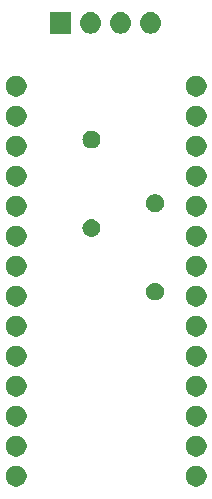
<source format=gbr>
G04 #@! TF.GenerationSoftware,KiCad,Pcbnew,5.1.4-e60b266~84~ubuntu18.04.1*
G04 #@! TF.CreationDate,2019-09-29T18:28:35-04:00*
G04 #@! TF.ProjectId,ib4,6962342e-6b69-4636-9164-5f7063625858,rev?*
G04 #@! TF.SameCoordinates,Original*
G04 #@! TF.FileFunction,Soldermask,Bot*
G04 #@! TF.FilePolarity,Negative*
%FSLAX46Y46*%
G04 Gerber Fmt 4.6, Leading zero omitted, Abs format (unit mm)*
G04 Created by KiCad (PCBNEW 5.1.4-e60b266~84~ubuntu18.04.1) date 2019-09-29 18:28:35*
%MOMM*%
%LPD*%
G04 APERTURE LIST*
%ADD10C,0.100000*%
G04 APERTURE END LIST*
D10*
G36*
X121407635Y-65739582D02*
G01*
X121493512Y-65756664D01*
X121655299Y-65823679D01*
X121800904Y-65920969D01*
X121924731Y-66044796D01*
X122022021Y-66190401D01*
X122089036Y-66352188D01*
X122123200Y-66523941D01*
X122123200Y-66699059D01*
X122089036Y-66870812D01*
X122022021Y-67032599D01*
X121924731Y-67178204D01*
X121800904Y-67302031D01*
X121655299Y-67399321D01*
X121493512Y-67466336D01*
X121321760Y-67500500D01*
X121146640Y-67500500D01*
X120974888Y-67466336D01*
X120813101Y-67399321D01*
X120667496Y-67302031D01*
X120543669Y-67178204D01*
X120446379Y-67032599D01*
X120379364Y-66870812D01*
X120345200Y-66699059D01*
X120345200Y-66523941D01*
X120379364Y-66352188D01*
X120446379Y-66190401D01*
X120543669Y-66044796D01*
X120667496Y-65920969D01*
X120813101Y-65823679D01*
X120974888Y-65756664D01*
X121060765Y-65739582D01*
X121146640Y-65722500D01*
X121321760Y-65722500D01*
X121407635Y-65739582D01*
X121407635Y-65739582D01*
G37*
G36*
X106167635Y-65739582D02*
G01*
X106253512Y-65756664D01*
X106415299Y-65823679D01*
X106560904Y-65920969D01*
X106684731Y-66044796D01*
X106782021Y-66190401D01*
X106849036Y-66352188D01*
X106883200Y-66523941D01*
X106883200Y-66699059D01*
X106849036Y-66870812D01*
X106782021Y-67032599D01*
X106684731Y-67178204D01*
X106560904Y-67302031D01*
X106415299Y-67399321D01*
X106253512Y-67466336D01*
X106081760Y-67500500D01*
X105906640Y-67500500D01*
X105734888Y-67466336D01*
X105573101Y-67399321D01*
X105427496Y-67302031D01*
X105303669Y-67178204D01*
X105206379Y-67032599D01*
X105139364Y-66870812D01*
X105105200Y-66699059D01*
X105105200Y-66523941D01*
X105139364Y-66352188D01*
X105206379Y-66190401D01*
X105303669Y-66044796D01*
X105427496Y-65920969D01*
X105573101Y-65823679D01*
X105734888Y-65756664D01*
X105820765Y-65739582D01*
X105906640Y-65722500D01*
X106081760Y-65722500D01*
X106167635Y-65739582D01*
X106167635Y-65739582D01*
G37*
G36*
X106253512Y-63216664D02*
G01*
X106415299Y-63283679D01*
X106560904Y-63380969D01*
X106684731Y-63504796D01*
X106782021Y-63650401D01*
X106849036Y-63812188D01*
X106883200Y-63983941D01*
X106883200Y-64159059D01*
X106849036Y-64330812D01*
X106782021Y-64492599D01*
X106684731Y-64638204D01*
X106560904Y-64762031D01*
X106415299Y-64859321D01*
X106253512Y-64926336D01*
X106167635Y-64943418D01*
X106081760Y-64960500D01*
X105906640Y-64960500D01*
X105820765Y-64943418D01*
X105734888Y-64926336D01*
X105573101Y-64859321D01*
X105427496Y-64762031D01*
X105303669Y-64638204D01*
X105206379Y-64492599D01*
X105139364Y-64330812D01*
X105105200Y-64159059D01*
X105105200Y-63983941D01*
X105139364Y-63812188D01*
X105206379Y-63650401D01*
X105303669Y-63504796D01*
X105427496Y-63380969D01*
X105573101Y-63283679D01*
X105734888Y-63216664D01*
X105906640Y-63182500D01*
X106081760Y-63182500D01*
X106253512Y-63216664D01*
X106253512Y-63216664D01*
G37*
G36*
X121493512Y-63216664D02*
G01*
X121655299Y-63283679D01*
X121800904Y-63380969D01*
X121924731Y-63504796D01*
X122022021Y-63650401D01*
X122089036Y-63812188D01*
X122123200Y-63983941D01*
X122123200Y-64159059D01*
X122089036Y-64330812D01*
X122022021Y-64492599D01*
X121924731Y-64638204D01*
X121800904Y-64762031D01*
X121655299Y-64859321D01*
X121493512Y-64926336D01*
X121407635Y-64943418D01*
X121321760Y-64960500D01*
X121146640Y-64960500D01*
X121060765Y-64943418D01*
X120974888Y-64926336D01*
X120813101Y-64859321D01*
X120667496Y-64762031D01*
X120543669Y-64638204D01*
X120446379Y-64492599D01*
X120379364Y-64330812D01*
X120345200Y-64159059D01*
X120345200Y-63983941D01*
X120379364Y-63812188D01*
X120446379Y-63650401D01*
X120543669Y-63504796D01*
X120667496Y-63380969D01*
X120813101Y-63283679D01*
X120974888Y-63216664D01*
X121146640Y-63182500D01*
X121321760Y-63182500D01*
X121493512Y-63216664D01*
X121493512Y-63216664D01*
G37*
G36*
X106167635Y-60659582D02*
G01*
X106253512Y-60676664D01*
X106415299Y-60743679D01*
X106560904Y-60840969D01*
X106684731Y-60964796D01*
X106782021Y-61110401D01*
X106849036Y-61272188D01*
X106883200Y-61443941D01*
X106883200Y-61619059D01*
X106849036Y-61790812D01*
X106782021Y-61952599D01*
X106684731Y-62098204D01*
X106560904Y-62222031D01*
X106415299Y-62319321D01*
X106253512Y-62386336D01*
X106167635Y-62403418D01*
X106081760Y-62420500D01*
X105906640Y-62420500D01*
X105820765Y-62403418D01*
X105734888Y-62386336D01*
X105573101Y-62319321D01*
X105427496Y-62222031D01*
X105303669Y-62098204D01*
X105206379Y-61952599D01*
X105139364Y-61790812D01*
X105105200Y-61619059D01*
X105105200Y-61443941D01*
X105139364Y-61272188D01*
X105206379Y-61110401D01*
X105303669Y-60964796D01*
X105427496Y-60840969D01*
X105573101Y-60743679D01*
X105734888Y-60676664D01*
X105820765Y-60659582D01*
X105906640Y-60642500D01*
X106081760Y-60642500D01*
X106167635Y-60659582D01*
X106167635Y-60659582D01*
G37*
G36*
X121407635Y-60659582D02*
G01*
X121493512Y-60676664D01*
X121655299Y-60743679D01*
X121800904Y-60840969D01*
X121924731Y-60964796D01*
X122022021Y-61110401D01*
X122089036Y-61272188D01*
X122123200Y-61443941D01*
X122123200Y-61619059D01*
X122089036Y-61790812D01*
X122022021Y-61952599D01*
X121924731Y-62098204D01*
X121800904Y-62222031D01*
X121655299Y-62319321D01*
X121493512Y-62386336D01*
X121407635Y-62403418D01*
X121321760Y-62420500D01*
X121146640Y-62420500D01*
X121060765Y-62403418D01*
X120974888Y-62386336D01*
X120813101Y-62319321D01*
X120667496Y-62222031D01*
X120543669Y-62098204D01*
X120446379Y-61952599D01*
X120379364Y-61790812D01*
X120345200Y-61619059D01*
X120345200Y-61443941D01*
X120379364Y-61272188D01*
X120446379Y-61110401D01*
X120543669Y-60964796D01*
X120667496Y-60840969D01*
X120813101Y-60743679D01*
X120974888Y-60676664D01*
X121060765Y-60659582D01*
X121146640Y-60642500D01*
X121321760Y-60642500D01*
X121407635Y-60659582D01*
X121407635Y-60659582D01*
G37*
G36*
X106253512Y-58136664D02*
G01*
X106415299Y-58203679D01*
X106560904Y-58300969D01*
X106684731Y-58424796D01*
X106782021Y-58570401D01*
X106849036Y-58732188D01*
X106883200Y-58903941D01*
X106883200Y-59079059D01*
X106849036Y-59250812D01*
X106782021Y-59412599D01*
X106684731Y-59558204D01*
X106560904Y-59682031D01*
X106415299Y-59779321D01*
X106253512Y-59846336D01*
X106167635Y-59863418D01*
X106081760Y-59880500D01*
X105906640Y-59880500D01*
X105820765Y-59863418D01*
X105734888Y-59846336D01*
X105573101Y-59779321D01*
X105427496Y-59682031D01*
X105303669Y-59558204D01*
X105206379Y-59412599D01*
X105139364Y-59250812D01*
X105105200Y-59079059D01*
X105105200Y-58903941D01*
X105139364Y-58732188D01*
X105206379Y-58570401D01*
X105303669Y-58424796D01*
X105427496Y-58300969D01*
X105573101Y-58203679D01*
X105734888Y-58136664D01*
X105906640Y-58102500D01*
X106081760Y-58102500D01*
X106253512Y-58136664D01*
X106253512Y-58136664D01*
G37*
G36*
X121493512Y-58136664D02*
G01*
X121655299Y-58203679D01*
X121800904Y-58300969D01*
X121924731Y-58424796D01*
X122022021Y-58570401D01*
X122089036Y-58732188D01*
X122123200Y-58903941D01*
X122123200Y-59079059D01*
X122089036Y-59250812D01*
X122022021Y-59412599D01*
X121924731Y-59558204D01*
X121800904Y-59682031D01*
X121655299Y-59779321D01*
X121493512Y-59846336D01*
X121407635Y-59863418D01*
X121321760Y-59880500D01*
X121146640Y-59880500D01*
X121060765Y-59863418D01*
X120974888Y-59846336D01*
X120813101Y-59779321D01*
X120667496Y-59682031D01*
X120543669Y-59558204D01*
X120446379Y-59412599D01*
X120379364Y-59250812D01*
X120345200Y-59079059D01*
X120345200Y-58903941D01*
X120379364Y-58732188D01*
X120446379Y-58570401D01*
X120543669Y-58424796D01*
X120667496Y-58300969D01*
X120813101Y-58203679D01*
X120974888Y-58136664D01*
X121146640Y-58102500D01*
X121321760Y-58102500D01*
X121493512Y-58136664D01*
X121493512Y-58136664D01*
G37*
G36*
X106167635Y-55579582D02*
G01*
X106253512Y-55596664D01*
X106415299Y-55663679D01*
X106560904Y-55760969D01*
X106684731Y-55884796D01*
X106782021Y-56030401D01*
X106849036Y-56192188D01*
X106883200Y-56363941D01*
X106883200Y-56539059D01*
X106849036Y-56710812D01*
X106782021Y-56872599D01*
X106684731Y-57018204D01*
X106560904Y-57142031D01*
X106415299Y-57239321D01*
X106253512Y-57306336D01*
X106081760Y-57340500D01*
X105906640Y-57340500D01*
X105734888Y-57306336D01*
X105573101Y-57239321D01*
X105427496Y-57142031D01*
X105303669Y-57018204D01*
X105206379Y-56872599D01*
X105139364Y-56710812D01*
X105105200Y-56539059D01*
X105105200Y-56363941D01*
X105139364Y-56192188D01*
X105206379Y-56030401D01*
X105303669Y-55884796D01*
X105427496Y-55760969D01*
X105573101Y-55663679D01*
X105734888Y-55596664D01*
X105820765Y-55579582D01*
X105906640Y-55562500D01*
X106081760Y-55562500D01*
X106167635Y-55579582D01*
X106167635Y-55579582D01*
G37*
G36*
X121407635Y-55579582D02*
G01*
X121493512Y-55596664D01*
X121655299Y-55663679D01*
X121800904Y-55760969D01*
X121924731Y-55884796D01*
X122022021Y-56030401D01*
X122089036Y-56192188D01*
X122123200Y-56363941D01*
X122123200Y-56539059D01*
X122089036Y-56710812D01*
X122022021Y-56872599D01*
X121924731Y-57018204D01*
X121800904Y-57142031D01*
X121655299Y-57239321D01*
X121493512Y-57306336D01*
X121321760Y-57340500D01*
X121146640Y-57340500D01*
X120974888Y-57306336D01*
X120813101Y-57239321D01*
X120667496Y-57142031D01*
X120543669Y-57018204D01*
X120446379Y-56872599D01*
X120379364Y-56710812D01*
X120345200Y-56539059D01*
X120345200Y-56363941D01*
X120379364Y-56192188D01*
X120446379Y-56030401D01*
X120543669Y-55884796D01*
X120667496Y-55760969D01*
X120813101Y-55663679D01*
X120974888Y-55596664D01*
X121060765Y-55579582D01*
X121146640Y-55562500D01*
X121321760Y-55562500D01*
X121407635Y-55579582D01*
X121407635Y-55579582D01*
G37*
G36*
X106167635Y-53039582D02*
G01*
X106253512Y-53056664D01*
X106415299Y-53123679D01*
X106560904Y-53220969D01*
X106684731Y-53344796D01*
X106782021Y-53490401D01*
X106849036Y-53652188D01*
X106883200Y-53823941D01*
X106883200Y-53999059D01*
X106849036Y-54170812D01*
X106782021Y-54332599D01*
X106684731Y-54478204D01*
X106560904Y-54602031D01*
X106415299Y-54699321D01*
X106253512Y-54766336D01*
X106081760Y-54800500D01*
X105906640Y-54800500D01*
X105734888Y-54766336D01*
X105573101Y-54699321D01*
X105427496Y-54602031D01*
X105303669Y-54478204D01*
X105206379Y-54332599D01*
X105139364Y-54170812D01*
X105105200Y-53999059D01*
X105105200Y-53823941D01*
X105139364Y-53652188D01*
X105206379Y-53490401D01*
X105303669Y-53344796D01*
X105427496Y-53220969D01*
X105573101Y-53123679D01*
X105734888Y-53056664D01*
X105820765Y-53039582D01*
X105906640Y-53022500D01*
X106081760Y-53022500D01*
X106167635Y-53039582D01*
X106167635Y-53039582D01*
G37*
G36*
X121407635Y-53039582D02*
G01*
X121493512Y-53056664D01*
X121655299Y-53123679D01*
X121800904Y-53220969D01*
X121924731Y-53344796D01*
X122022021Y-53490401D01*
X122089036Y-53652188D01*
X122123200Y-53823941D01*
X122123200Y-53999059D01*
X122089036Y-54170812D01*
X122022021Y-54332599D01*
X121924731Y-54478204D01*
X121800904Y-54602031D01*
X121655299Y-54699321D01*
X121493512Y-54766336D01*
X121321760Y-54800500D01*
X121146640Y-54800500D01*
X120974888Y-54766336D01*
X120813101Y-54699321D01*
X120667496Y-54602031D01*
X120543669Y-54478204D01*
X120446379Y-54332599D01*
X120379364Y-54170812D01*
X120345200Y-53999059D01*
X120345200Y-53823941D01*
X120379364Y-53652188D01*
X120446379Y-53490401D01*
X120543669Y-53344796D01*
X120667496Y-53220969D01*
X120813101Y-53123679D01*
X120974888Y-53056664D01*
X121060765Y-53039582D01*
X121146640Y-53022500D01*
X121321760Y-53022500D01*
X121407635Y-53039582D01*
X121407635Y-53039582D01*
G37*
G36*
X121493512Y-50516664D02*
G01*
X121655299Y-50583679D01*
X121800904Y-50680969D01*
X121924731Y-50804796D01*
X122022021Y-50950401D01*
X122089036Y-51112188D01*
X122123200Y-51283941D01*
X122123200Y-51459059D01*
X122089036Y-51630812D01*
X122022021Y-51792599D01*
X121924731Y-51938204D01*
X121800904Y-52062031D01*
X121655299Y-52159321D01*
X121493512Y-52226336D01*
X121407635Y-52243418D01*
X121321760Y-52260500D01*
X121146640Y-52260500D01*
X121060765Y-52243418D01*
X120974888Y-52226336D01*
X120813101Y-52159321D01*
X120667496Y-52062031D01*
X120543669Y-51938204D01*
X120446379Y-51792599D01*
X120379364Y-51630812D01*
X120345200Y-51459059D01*
X120345200Y-51283941D01*
X120379364Y-51112188D01*
X120446379Y-50950401D01*
X120543669Y-50804796D01*
X120667496Y-50680969D01*
X120813101Y-50583679D01*
X120974888Y-50516664D01*
X121146640Y-50482500D01*
X121321760Y-50482500D01*
X121493512Y-50516664D01*
X121493512Y-50516664D01*
G37*
G36*
X106253512Y-50516664D02*
G01*
X106415299Y-50583679D01*
X106560904Y-50680969D01*
X106684731Y-50804796D01*
X106782021Y-50950401D01*
X106849036Y-51112188D01*
X106883200Y-51283941D01*
X106883200Y-51459059D01*
X106849036Y-51630812D01*
X106782021Y-51792599D01*
X106684731Y-51938204D01*
X106560904Y-52062031D01*
X106415299Y-52159321D01*
X106253512Y-52226336D01*
X106167635Y-52243418D01*
X106081760Y-52260500D01*
X105906640Y-52260500D01*
X105820765Y-52243418D01*
X105734888Y-52226336D01*
X105573101Y-52159321D01*
X105427496Y-52062031D01*
X105303669Y-51938204D01*
X105206379Y-51792599D01*
X105139364Y-51630812D01*
X105105200Y-51459059D01*
X105105200Y-51283941D01*
X105139364Y-51112188D01*
X105206379Y-50950401D01*
X105303669Y-50804796D01*
X105427496Y-50680969D01*
X105573101Y-50583679D01*
X105734888Y-50516664D01*
X105906640Y-50482500D01*
X106081760Y-50482500D01*
X106253512Y-50516664D01*
X106253512Y-50516664D01*
G37*
G36*
X117969059Y-50277860D02*
G01*
X118105732Y-50334472D01*
X118228735Y-50416660D01*
X118333340Y-50521265D01*
X118415528Y-50644268D01*
X118472140Y-50780941D01*
X118501000Y-50926033D01*
X118501000Y-51073967D01*
X118472140Y-51219059D01*
X118415528Y-51355732D01*
X118333340Y-51478735D01*
X118228735Y-51583340D01*
X118105732Y-51665528D01*
X118105731Y-51665529D01*
X118105730Y-51665529D01*
X117969059Y-51722140D01*
X117823968Y-51751000D01*
X117676032Y-51751000D01*
X117530941Y-51722140D01*
X117394270Y-51665529D01*
X117394269Y-51665529D01*
X117394268Y-51665528D01*
X117271265Y-51583340D01*
X117166660Y-51478735D01*
X117084472Y-51355732D01*
X117027860Y-51219059D01*
X116999000Y-51073967D01*
X116999000Y-50926033D01*
X117027860Y-50780941D01*
X117084472Y-50644268D01*
X117166660Y-50521265D01*
X117271265Y-50416660D01*
X117394268Y-50334472D01*
X117530941Y-50277860D01*
X117676032Y-50249000D01*
X117823968Y-50249000D01*
X117969059Y-50277860D01*
X117969059Y-50277860D01*
G37*
G36*
X121493512Y-47976664D02*
G01*
X121655299Y-48043679D01*
X121800904Y-48140969D01*
X121924731Y-48264796D01*
X122022021Y-48410401D01*
X122089036Y-48572188D01*
X122123200Y-48743941D01*
X122123200Y-48919059D01*
X122089036Y-49090812D01*
X122022021Y-49252599D01*
X121924731Y-49398204D01*
X121800904Y-49522031D01*
X121655299Y-49619321D01*
X121493512Y-49686336D01*
X121321760Y-49720500D01*
X121146640Y-49720500D01*
X120974888Y-49686336D01*
X120813101Y-49619321D01*
X120667496Y-49522031D01*
X120543669Y-49398204D01*
X120446379Y-49252599D01*
X120379364Y-49090812D01*
X120345200Y-48919059D01*
X120345200Y-48743941D01*
X120379364Y-48572188D01*
X120446379Y-48410401D01*
X120543669Y-48264796D01*
X120667496Y-48140969D01*
X120813101Y-48043679D01*
X120974888Y-47976664D01*
X121146640Y-47942500D01*
X121321760Y-47942500D01*
X121493512Y-47976664D01*
X121493512Y-47976664D01*
G37*
G36*
X106253512Y-47976664D02*
G01*
X106415299Y-48043679D01*
X106560904Y-48140969D01*
X106684731Y-48264796D01*
X106782021Y-48410401D01*
X106849036Y-48572188D01*
X106883200Y-48743941D01*
X106883200Y-48919059D01*
X106849036Y-49090812D01*
X106782021Y-49252599D01*
X106684731Y-49398204D01*
X106560904Y-49522031D01*
X106415299Y-49619321D01*
X106253512Y-49686336D01*
X106081760Y-49720500D01*
X105906640Y-49720500D01*
X105734888Y-49686336D01*
X105573101Y-49619321D01*
X105427496Y-49522031D01*
X105303669Y-49398204D01*
X105206379Y-49252599D01*
X105139364Y-49090812D01*
X105105200Y-48919059D01*
X105105200Y-48743941D01*
X105139364Y-48572188D01*
X105206379Y-48410401D01*
X105303669Y-48264796D01*
X105427496Y-48140969D01*
X105573101Y-48043679D01*
X105734888Y-47976664D01*
X105906640Y-47942500D01*
X106081760Y-47942500D01*
X106253512Y-47976664D01*
X106253512Y-47976664D01*
G37*
G36*
X121407635Y-45419582D02*
G01*
X121493512Y-45436664D01*
X121655299Y-45503679D01*
X121800904Y-45600969D01*
X121924731Y-45724796D01*
X122022021Y-45870401D01*
X122089036Y-46032188D01*
X122123200Y-46203941D01*
X122123200Y-46379059D01*
X122089036Y-46550812D01*
X122022021Y-46712599D01*
X121924731Y-46858204D01*
X121800904Y-46982031D01*
X121655299Y-47079321D01*
X121493512Y-47146336D01*
X121321760Y-47180500D01*
X121146640Y-47180500D01*
X120974888Y-47146336D01*
X120813101Y-47079321D01*
X120667496Y-46982031D01*
X120543669Y-46858204D01*
X120446379Y-46712599D01*
X120379364Y-46550812D01*
X120345200Y-46379059D01*
X120345200Y-46203941D01*
X120379364Y-46032188D01*
X120446379Y-45870401D01*
X120543669Y-45724796D01*
X120667496Y-45600969D01*
X120813101Y-45503679D01*
X120974888Y-45436664D01*
X121146640Y-45402500D01*
X121321760Y-45402500D01*
X121407635Y-45419582D01*
X121407635Y-45419582D01*
G37*
G36*
X106167635Y-45419582D02*
G01*
X106253512Y-45436664D01*
X106415299Y-45503679D01*
X106560904Y-45600969D01*
X106684731Y-45724796D01*
X106782021Y-45870401D01*
X106849036Y-46032188D01*
X106883200Y-46203941D01*
X106883200Y-46379059D01*
X106849036Y-46550812D01*
X106782021Y-46712599D01*
X106684731Y-46858204D01*
X106560904Y-46982031D01*
X106415299Y-47079321D01*
X106253512Y-47146336D01*
X106081760Y-47180500D01*
X105906640Y-47180500D01*
X105734888Y-47146336D01*
X105573101Y-47079321D01*
X105427496Y-46982031D01*
X105303669Y-46858204D01*
X105206379Y-46712599D01*
X105139364Y-46550812D01*
X105105200Y-46379059D01*
X105105200Y-46203941D01*
X105139364Y-46032188D01*
X105206379Y-45870401D01*
X105303669Y-45724796D01*
X105427496Y-45600969D01*
X105573101Y-45503679D01*
X105734888Y-45436664D01*
X105906640Y-45402500D01*
X106081760Y-45402500D01*
X106167635Y-45419582D01*
X106167635Y-45419582D01*
G37*
G36*
X112435511Y-44864468D02*
G01*
X112509068Y-44871713D01*
X112650632Y-44914656D01*
X112781098Y-44984392D01*
X112810886Y-45008838D01*
X112895453Y-45078239D01*
X112964854Y-45162806D01*
X112989300Y-45192594D01*
X113059036Y-45323060D01*
X113101979Y-45464624D01*
X113116479Y-45611846D01*
X113101979Y-45759068D01*
X113059036Y-45900632D01*
X112989300Y-46031098D01*
X112964854Y-46060886D01*
X112895453Y-46145453D01*
X112824183Y-46203941D01*
X112781098Y-46239300D01*
X112650632Y-46309036D01*
X112509068Y-46351979D01*
X112435511Y-46359224D01*
X112398734Y-46362846D01*
X112324958Y-46362846D01*
X112288181Y-46359224D01*
X112214624Y-46351979D01*
X112073060Y-46309036D01*
X111942594Y-46239300D01*
X111899509Y-46203941D01*
X111828239Y-46145453D01*
X111758838Y-46060886D01*
X111734392Y-46031098D01*
X111664656Y-45900632D01*
X111621713Y-45759068D01*
X111607213Y-45611846D01*
X111621713Y-45464624D01*
X111664656Y-45323060D01*
X111734392Y-45192594D01*
X111758838Y-45162806D01*
X111828239Y-45078239D01*
X111912806Y-45008838D01*
X111942594Y-44984392D01*
X112073060Y-44914656D01*
X112214624Y-44871713D01*
X112288181Y-44864468D01*
X112324958Y-44860846D01*
X112398734Y-44860846D01*
X112435511Y-44864468D01*
X112435511Y-44864468D01*
G37*
G36*
X106253512Y-42896664D02*
G01*
X106415299Y-42963679D01*
X106560904Y-43060969D01*
X106684731Y-43184796D01*
X106782021Y-43330401D01*
X106849036Y-43492188D01*
X106883200Y-43663941D01*
X106883200Y-43839059D01*
X106849036Y-44010812D01*
X106782021Y-44172599D01*
X106684731Y-44318204D01*
X106560904Y-44442031D01*
X106415299Y-44539321D01*
X106253512Y-44606336D01*
X106167635Y-44623418D01*
X106081760Y-44640500D01*
X105906640Y-44640500D01*
X105820765Y-44623418D01*
X105734888Y-44606336D01*
X105573101Y-44539321D01*
X105427496Y-44442031D01*
X105303669Y-44318204D01*
X105206379Y-44172599D01*
X105139364Y-44010812D01*
X105105200Y-43839059D01*
X105105200Y-43663941D01*
X105139364Y-43492188D01*
X105206379Y-43330401D01*
X105303669Y-43184796D01*
X105427496Y-43060969D01*
X105573101Y-42963679D01*
X105734888Y-42896664D01*
X105906640Y-42862500D01*
X106081760Y-42862500D01*
X106253512Y-42896664D01*
X106253512Y-42896664D01*
G37*
G36*
X121493512Y-42896664D02*
G01*
X121655299Y-42963679D01*
X121800904Y-43060969D01*
X121924731Y-43184796D01*
X122022021Y-43330401D01*
X122089036Y-43492188D01*
X122123200Y-43663941D01*
X122123200Y-43839059D01*
X122089036Y-44010812D01*
X122022021Y-44172599D01*
X121924731Y-44318204D01*
X121800904Y-44442031D01*
X121655299Y-44539321D01*
X121493512Y-44606336D01*
X121407635Y-44623418D01*
X121321760Y-44640500D01*
X121146640Y-44640500D01*
X121060765Y-44623418D01*
X120974888Y-44606336D01*
X120813101Y-44539321D01*
X120667496Y-44442031D01*
X120543669Y-44318204D01*
X120446379Y-44172599D01*
X120379364Y-44010812D01*
X120345200Y-43839059D01*
X120345200Y-43663941D01*
X120379364Y-43492188D01*
X120446379Y-43330401D01*
X120543669Y-43184796D01*
X120667496Y-43060969D01*
X120813101Y-42963679D01*
X120974888Y-42896664D01*
X121146640Y-42862500D01*
X121321760Y-42862500D01*
X121493512Y-42896664D01*
X121493512Y-42896664D01*
G37*
G36*
X117969059Y-42777860D02*
G01*
X118105732Y-42834472D01*
X118228735Y-42916660D01*
X118333340Y-43021265D01*
X118333341Y-43021267D01*
X118415529Y-43144270D01*
X118472140Y-43280941D01*
X118501000Y-43426032D01*
X118501000Y-43573968D01*
X118472140Y-43719059D01*
X118415528Y-43855732D01*
X118333340Y-43978735D01*
X118228735Y-44083340D01*
X118105732Y-44165528D01*
X118105731Y-44165529D01*
X118105730Y-44165529D01*
X117969059Y-44222140D01*
X117823968Y-44251000D01*
X117676032Y-44251000D01*
X117530941Y-44222140D01*
X117394270Y-44165529D01*
X117394269Y-44165529D01*
X117394268Y-44165528D01*
X117271265Y-44083340D01*
X117166660Y-43978735D01*
X117084472Y-43855732D01*
X117027860Y-43719059D01*
X116999000Y-43573968D01*
X116999000Y-43426032D01*
X117027860Y-43280941D01*
X117084471Y-43144270D01*
X117166659Y-43021267D01*
X117166660Y-43021265D01*
X117271265Y-42916660D01*
X117394268Y-42834472D01*
X117530941Y-42777860D01*
X117676032Y-42749000D01*
X117823968Y-42749000D01*
X117969059Y-42777860D01*
X117969059Y-42777860D01*
G37*
G36*
X106167635Y-40339582D02*
G01*
X106253512Y-40356664D01*
X106415299Y-40423679D01*
X106560904Y-40520969D01*
X106684731Y-40644796D01*
X106782021Y-40790401D01*
X106849036Y-40952188D01*
X106883200Y-41123941D01*
X106883200Y-41299059D01*
X106849036Y-41470812D01*
X106782021Y-41632599D01*
X106684731Y-41778204D01*
X106560904Y-41902031D01*
X106415299Y-41999321D01*
X106253512Y-42066336D01*
X106167635Y-42083418D01*
X106081760Y-42100500D01*
X105906640Y-42100500D01*
X105820765Y-42083418D01*
X105734888Y-42066336D01*
X105573101Y-41999321D01*
X105427496Y-41902031D01*
X105303669Y-41778204D01*
X105206379Y-41632599D01*
X105139364Y-41470812D01*
X105105200Y-41299059D01*
X105105200Y-41123941D01*
X105139364Y-40952188D01*
X105206379Y-40790401D01*
X105303669Y-40644796D01*
X105427496Y-40520969D01*
X105573101Y-40423679D01*
X105734888Y-40356664D01*
X105820765Y-40339582D01*
X105906640Y-40322500D01*
X106081760Y-40322500D01*
X106167635Y-40339582D01*
X106167635Y-40339582D01*
G37*
G36*
X121407635Y-40339582D02*
G01*
X121493512Y-40356664D01*
X121655299Y-40423679D01*
X121800904Y-40520969D01*
X121924731Y-40644796D01*
X122022021Y-40790401D01*
X122089036Y-40952188D01*
X122123200Y-41123941D01*
X122123200Y-41299059D01*
X122089036Y-41470812D01*
X122022021Y-41632599D01*
X121924731Y-41778204D01*
X121800904Y-41902031D01*
X121655299Y-41999321D01*
X121493512Y-42066336D01*
X121407635Y-42083418D01*
X121321760Y-42100500D01*
X121146640Y-42100500D01*
X121060765Y-42083418D01*
X120974888Y-42066336D01*
X120813101Y-41999321D01*
X120667496Y-41902031D01*
X120543669Y-41778204D01*
X120446379Y-41632599D01*
X120379364Y-41470812D01*
X120345200Y-41299059D01*
X120345200Y-41123941D01*
X120379364Y-40952188D01*
X120446379Y-40790401D01*
X120543669Y-40644796D01*
X120667496Y-40520969D01*
X120813101Y-40423679D01*
X120974888Y-40356664D01*
X121060765Y-40339582D01*
X121146640Y-40322500D01*
X121321760Y-40322500D01*
X121407635Y-40339582D01*
X121407635Y-40339582D01*
G37*
G36*
X121407635Y-37799582D02*
G01*
X121493512Y-37816664D01*
X121655299Y-37883679D01*
X121800904Y-37980969D01*
X121924731Y-38104796D01*
X122022021Y-38250401D01*
X122089036Y-38412188D01*
X122123200Y-38583941D01*
X122123200Y-38759059D01*
X122089036Y-38930812D01*
X122022021Y-39092599D01*
X121924731Y-39238204D01*
X121800904Y-39362031D01*
X121655299Y-39459321D01*
X121493512Y-39526336D01*
X121407635Y-39543418D01*
X121321760Y-39560500D01*
X121146640Y-39560500D01*
X120974888Y-39526336D01*
X120813101Y-39459321D01*
X120667496Y-39362031D01*
X120543669Y-39238204D01*
X120446379Y-39092599D01*
X120379364Y-38930812D01*
X120345200Y-38759059D01*
X120345200Y-38583941D01*
X120379364Y-38412188D01*
X120446379Y-38250401D01*
X120543669Y-38104796D01*
X120667496Y-37980969D01*
X120813101Y-37883679D01*
X120974888Y-37816664D01*
X121060765Y-37799582D01*
X121146640Y-37782500D01*
X121321760Y-37782500D01*
X121407635Y-37799582D01*
X121407635Y-37799582D01*
G37*
G36*
X106167635Y-37799582D02*
G01*
X106253512Y-37816664D01*
X106415299Y-37883679D01*
X106560904Y-37980969D01*
X106684731Y-38104796D01*
X106782021Y-38250401D01*
X106849036Y-38412188D01*
X106883200Y-38583941D01*
X106883200Y-38759059D01*
X106849036Y-38930812D01*
X106782021Y-39092599D01*
X106684731Y-39238204D01*
X106560904Y-39362031D01*
X106415299Y-39459321D01*
X106253512Y-39526336D01*
X106167635Y-39543418D01*
X106081760Y-39560500D01*
X105906640Y-39560500D01*
X105734888Y-39526336D01*
X105573101Y-39459321D01*
X105427496Y-39362031D01*
X105303669Y-39238204D01*
X105206379Y-39092599D01*
X105139364Y-38930812D01*
X105105200Y-38759059D01*
X105105200Y-38583941D01*
X105139364Y-38412188D01*
X105206379Y-38250401D01*
X105303669Y-38104796D01*
X105427496Y-37980969D01*
X105573101Y-37883679D01*
X105734888Y-37816664D01*
X105820765Y-37799582D01*
X105906640Y-37782500D01*
X106081760Y-37782500D01*
X106167635Y-37799582D01*
X106167635Y-37799582D01*
G37*
G36*
X112435511Y-37364468D02*
G01*
X112509068Y-37371713D01*
X112650632Y-37414656D01*
X112781098Y-37484392D01*
X112810886Y-37508838D01*
X112895453Y-37578239D01*
X112964854Y-37662806D01*
X112989300Y-37692594D01*
X113059036Y-37823060D01*
X113101979Y-37964624D01*
X113116479Y-38111846D01*
X113101979Y-38259068D01*
X113059036Y-38400632D01*
X112989300Y-38531098D01*
X112964854Y-38560886D01*
X112895453Y-38645453D01*
X112810886Y-38714854D01*
X112781098Y-38739300D01*
X112650632Y-38809036D01*
X112509068Y-38851979D01*
X112435511Y-38859224D01*
X112398734Y-38862846D01*
X112324958Y-38862846D01*
X112288181Y-38859224D01*
X112214624Y-38851979D01*
X112073060Y-38809036D01*
X111942594Y-38739300D01*
X111912806Y-38714854D01*
X111828239Y-38645453D01*
X111758838Y-38560886D01*
X111734392Y-38531098D01*
X111664656Y-38400632D01*
X111621713Y-38259068D01*
X111607213Y-38111846D01*
X111621713Y-37964624D01*
X111664656Y-37823060D01*
X111734392Y-37692594D01*
X111758838Y-37662806D01*
X111828239Y-37578239D01*
X111912806Y-37508838D01*
X111942594Y-37484392D01*
X112073060Y-37414656D01*
X112214624Y-37371713D01*
X112288181Y-37364468D01*
X112324958Y-37360846D01*
X112398734Y-37360846D01*
X112435511Y-37364468D01*
X112435511Y-37364468D01*
G37*
G36*
X121493512Y-35276664D02*
G01*
X121655299Y-35343679D01*
X121800904Y-35440969D01*
X121924731Y-35564796D01*
X122022021Y-35710401D01*
X122089036Y-35872188D01*
X122123200Y-36043941D01*
X122123200Y-36219059D01*
X122089036Y-36390812D01*
X122022021Y-36552599D01*
X121924731Y-36698204D01*
X121800904Y-36822031D01*
X121655299Y-36919321D01*
X121493512Y-36986336D01*
X121407635Y-37003418D01*
X121321760Y-37020500D01*
X121146640Y-37020500D01*
X120974888Y-36986336D01*
X120813101Y-36919321D01*
X120667496Y-36822031D01*
X120543669Y-36698204D01*
X120446379Y-36552599D01*
X120379364Y-36390812D01*
X120345200Y-36219059D01*
X120345200Y-36043941D01*
X120379364Y-35872188D01*
X120446379Y-35710401D01*
X120543669Y-35564796D01*
X120667496Y-35440969D01*
X120813101Y-35343679D01*
X120974888Y-35276664D01*
X121146640Y-35242500D01*
X121321760Y-35242500D01*
X121493512Y-35276664D01*
X121493512Y-35276664D01*
G37*
G36*
X106253512Y-35276664D02*
G01*
X106415299Y-35343679D01*
X106560904Y-35440969D01*
X106684731Y-35564796D01*
X106782021Y-35710401D01*
X106849036Y-35872188D01*
X106883200Y-36043941D01*
X106883200Y-36219059D01*
X106849036Y-36390812D01*
X106782021Y-36552599D01*
X106684731Y-36698204D01*
X106560904Y-36822031D01*
X106415299Y-36919321D01*
X106253512Y-36986336D01*
X106167635Y-37003418D01*
X106081760Y-37020500D01*
X105906640Y-37020500D01*
X105734888Y-36986336D01*
X105573101Y-36919321D01*
X105427496Y-36822031D01*
X105303669Y-36698204D01*
X105206379Y-36552599D01*
X105139364Y-36390812D01*
X105105200Y-36219059D01*
X105105200Y-36043941D01*
X105139364Y-35872188D01*
X105206379Y-35710401D01*
X105303669Y-35564796D01*
X105427496Y-35440969D01*
X105573101Y-35343679D01*
X105734888Y-35276664D01*
X105906640Y-35242500D01*
X106081760Y-35242500D01*
X106253512Y-35276664D01*
X106253512Y-35276664D01*
G37*
G36*
X121407635Y-32719582D02*
G01*
X121493512Y-32736664D01*
X121655299Y-32803679D01*
X121800904Y-32900969D01*
X121924731Y-33024796D01*
X122022021Y-33170401D01*
X122089036Y-33332188D01*
X122123200Y-33503941D01*
X122123200Y-33679059D01*
X122089036Y-33850812D01*
X122022021Y-34012599D01*
X121924731Y-34158204D01*
X121800904Y-34282031D01*
X121655299Y-34379321D01*
X121493512Y-34446336D01*
X121321760Y-34480500D01*
X121146640Y-34480500D01*
X120974888Y-34446336D01*
X120813101Y-34379321D01*
X120667496Y-34282031D01*
X120543669Y-34158204D01*
X120446379Y-34012599D01*
X120379364Y-33850812D01*
X120345200Y-33679059D01*
X120345200Y-33503941D01*
X120379364Y-33332188D01*
X120446379Y-33170401D01*
X120543669Y-33024796D01*
X120667496Y-32900969D01*
X120813101Y-32803679D01*
X120974888Y-32736664D01*
X121060765Y-32719582D01*
X121146640Y-32702500D01*
X121321760Y-32702500D01*
X121407635Y-32719582D01*
X121407635Y-32719582D01*
G37*
G36*
X106167635Y-32719582D02*
G01*
X106253512Y-32736664D01*
X106415299Y-32803679D01*
X106560904Y-32900969D01*
X106684731Y-33024796D01*
X106782021Y-33170401D01*
X106849036Y-33332188D01*
X106883200Y-33503941D01*
X106883200Y-33679059D01*
X106849036Y-33850812D01*
X106782021Y-34012599D01*
X106684731Y-34158204D01*
X106560904Y-34282031D01*
X106415299Y-34379321D01*
X106253512Y-34446336D01*
X106081760Y-34480500D01*
X105906640Y-34480500D01*
X105734888Y-34446336D01*
X105573101Y-34379321D01*
X105427496Y-34282031D01*
X105303669Y-34158204D01*
X105206379Y-34012599D01*
X105139364Y-33850812D01*
X105105200Y-33679059D01*
X105105200Y-33503941D01*
X105139364Y-33332188D01*
X105206379Y-33170401D01*
X105303669Y-33024796D01*
X105427496Y-32900969D01*
X105573101Y-32803679D01*
X105734888Y-32736664D01*
X105820765Y-32719582D01*
X105906640Y-32702500D01*
X106081760Y-32702500D01*
X106167635Y-32719582D01*
X106167635Y-32719582D01*
G37*
G36*
X110651000Y-29151000D02*
G01*
X108849000Y-29151000D01*
X108849000Y-27349000D01*
X110651000Y-27349000D01*
X110651000Y-29151000D01*
X110651000Y-29151000D01*
G37*
G36*
X117480442Y-27355518D02*
G01*
X117546627Y-27362037D01*
X117716466Y-27413557D01*
X117872991Y-27497222D01*
X117908729Y-27526552D01*
X118010186Y-27609814D01*
X118093448Y-27711271D01*
X118122778Y-27747009D01*
X118206443Y-27903534D01*
X118257963Y-28073373D01*
X118275359Y-28250000D01*
X118257963Y-28426627D01*
X118206443Y-28596466D01*
X118122778Y-28752991D01*
X118093448Y-28788729D01*
X118010186Y-28890186D01*
X117908729Y-28973448D01*
X117872991Y-29002778D01*
X117716466Y-29086443D01*
X117546627Y-29137963D01*
X117480442Y-29144482D01*
X117414260Y-29151000D01*
X117325740Y-29151000D01*
X117259558Y-29144482D01*
X117193373Y-29137963D01*
X117023534Y-29086443D01*
X116867009Y-29002778D01*
X116831271Y-28973448D01*
X116729814Y-28890186D01*
X116646552Y-28788729D01*
X116617222Y-28752991D01*
X116533557Y-28596466D01*
X116482037Y-28426627D01*
X116464641Y-28250000D01*
X116482037Y-28073373D01*
X116533557Y-27903534D01*
X116617222Y-27747009D01*
X116646552Y-27711271D01*
X116729814Y-27609814D01*
X116831271Y-27526552D01*
X116867009Y-27497222D01*
X117023534Y-27413557D01*
X117193373Y-27362037D01*
X117259558Y-27355518D01*
X117325740Y-27349000D01*
X117414260Y-27349000D01*
X117480442Y-27355518D01*
X117480442Y-27355518D01*
G37*
G36*
X114940442Y-27355518D02*
G01*
X115006627Y-27362037D01*
X115176466Y-27413557D01*
X115332991Y-27497222D01*
X115368729Y-27526552D01*
X115470186Y-27609814D01*
X115553448Y-27711271D01*
X115582778Y-27747009D01*
X115666443Y-27903534D01*
X115717963Y-28073373D01*
X115735359Y-28250000D01*
X115717963Y-28426627D01*
X115666443Y-28596466D01*
X115582778Y-28752991D01*
X115553448Y-28788729D01*
X115470186Y-28890186D01*
X115368729Y-28973448D01*
X115332991Y-29002778D01*
X115176466Y-29086443D01*
X115006627Y-29137963D01*
X114940442Y-29144482D01*
X114874260Y-29151000D01*
X114785740Y-29151000D01*
X114719558Y-29144482D01*
X114653373Y-29137963D01*
X114483534Y-29086443D01*
X114327009Y-29002778D01*
X114291271Y-28973448D01*
X114189814Y-28890186D01*
X114106552Y-28788729D01*
X114077222Y-28752991D01*
X113993557Y-28596466D01*
X113942037Y-28426627D01*
X113924641Y-28250000D01*
X113942037Y-28073373D01*
X113993557Y-27903534D01*
X114077222Y-27747009D01*
X114106552Y-27711271D01*
X114189814Y-27609814D01*
X114291271Y-27526552D01*
X114327009Y-27497222D01*
X114483534Y-27413557D01*
X114653373Y-27362037D01*
X114719558Y-27355518D01*
X114785740Y-27349000D01*
X114874260Y-27349000D01*
X114940442Y-27355518D01*
X114940442Y-27355518D01*
G37*
G36*
X112400442Y-27355518D02*
G01*
X112466627Y-27362037D01*
X112636466Y-27413557D01*
X112792991Y-27497222D01*
X112828729Y-27526552D01*
X112930186Y-27609814D01*
X113013448Y-27711271D01*
X113042778Y-27747009D01*
X113126443Y-27903534D01*
X113177963Y-28073373D01*
X113195359Y-28250000D01*
X113177963Y-28426627D01*
X113126443Y-28596466D01*
X113042778Y-28752991D01*
X113013448Y-28788729D01*
X112930186Y-28890186D01*
X112828729Y-28973448D01*
X112792991Y-29002778D01*
X112636466Y-29086443D01*
X112466627Y-29137963D01*
X112400442Y-29144482D01*
X112334260Y-29151000D01*
X112245740Y-29151000D01*
X112179558Y-29144482D01*
X112113373Y-29137963D01*
X111943534Y-29086443D01*
X111787009Y-29002778D01*
X111751271Y-28973448D01*
X111649814Y-28890186D01*
X111566552Y-28788729D01*
X111537222Y-28752991D01*
X111453557Y-28596466D01*
X111402037Y-28426627D01*
X111384641Y-28250000D01*
X111402037Y-28073373D01*
X111453557Y-27903534D01*
X111537222Y-27747009D01*
X111566552Y-27711271D01*
X111649814Y-27609814D01*
X111751271Y-27526552D01*
X111787009Y-27497222D01*
X111943534Y-27413557D01*
X112113373Y-27362037D01*
X112179558Y-27355518D01*
X112245740Y-27349000D01*
X112334260Y-27349000D01*
X112400442Y-27355518D01*
X112400442Y-27355518D01*
G37*
M02*

</source>
